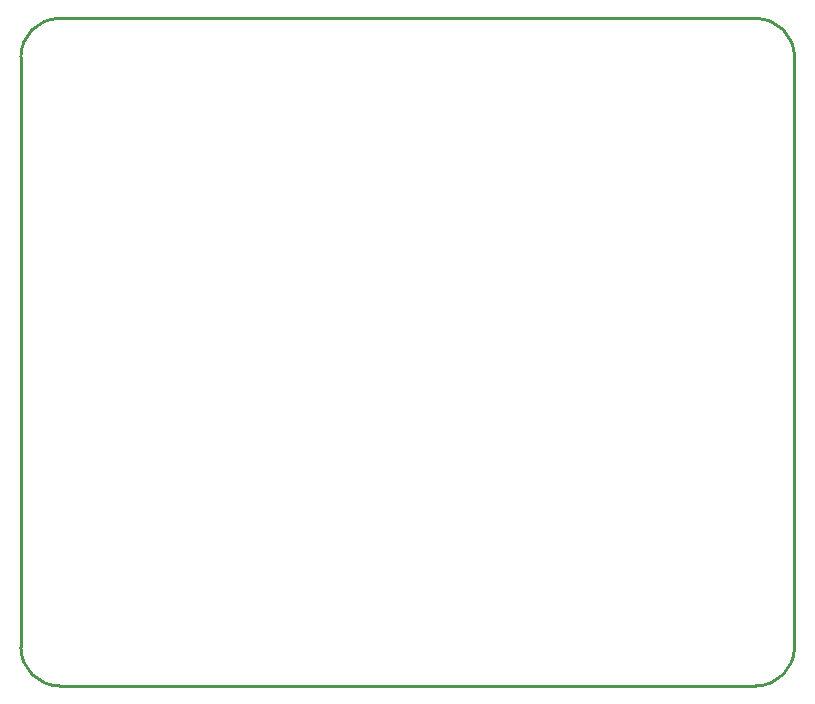
<source format=gm1>
G04 Layer_Color=16711935*
%FSLAX25Y25*%
%MOIN*%
G70*
G01*
G75*
%ADD24C,0.00965*%
D24*
X594095Y130512D02*
G03*
X606890Y143307I0J12795D01*
G01*
X349016D02*
G03*
X361811Y130512I12795J0D01*
G01*
Y352953D02*
G03*
X349016Y340158I0J-12795D01*
G01*
X606890Y340158D02*
G03*
X594095Y352953I-12795J0D01*
G01*
X349016Y143307D02*
Y340158D01*
X361811Y352953D02*
X594095D01*
X606890Y143307D02*
Y340158D01*
X361811Y130512D02*
X594095D01*
X594095Y130512D02*
G03*
X606890Y143307I0J12795D01*
G01*
X349016D02*
G03*
X361811Y130512I12795J0D01*
G01*
Y352953D02*
G03*
X349016Y340158I0J-12795D01*
G01*
X606890Y340158D02*
G03*
X594095Y352953I-12795J0D01*
G01*
X349016Y143307D02*
Y340158D01*
X361811Y352953D02*
X594095D01*
X606890Y143307D02*
Y340158D01*
X361811Y130512D02*
X594095D01*
M02*

</source>
